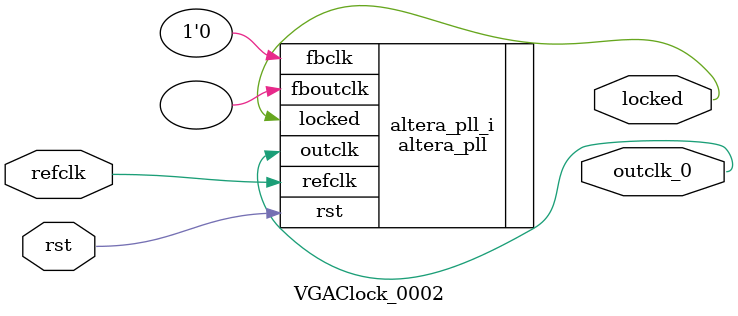
<source format=v>
`timescale 1ns/10ps
module  VGAClock_0002(

	// interface 'refclk'
	input wire refclk,

	// interface 'reset'
	input wire rst,

	// interface 'outclk0'
	output wire outclk_0,

	// interface 'locked'
	output wire locked
);

	altera_pll #(
		.fractional_vco_multiplier("false"),
		.reference_clock_frequency("50.0 MHz"),
		.operation_mode("direct"),
		.number_of_clocks(1),
		.output_clock_frequency0("25.175644 MHz"),
		.phase_shift0("0 ps"),
		.duty_cycle0(50),
		.output_clock_frequency1("0 MHz"),
		.phase_shift1("0 ps"),
		.duty_cycle1(50),
		.output_clock_frequency2("0 MHz"),
		.phase_shift2("0 ps"),
		.duty_cycle2(50),
		.output_clock_frequency3("0 MHz"),
		.phase_shift3("0 ps"),
		.duty_cycle3(50),
		.output_clock_frequency4("0 MHz"),
		.phase_shift4("0 ps"),
		.duty_cycle4(50),
		.output_clock_frequency5("0 MHz"),
		.phase_shift5("0 ps"),
		.duty_cycle5(50),
		.output_clock_frequency6("0 MHz"),
		.phase_shift6("0 ps"),
		.duty_cycle6(50),
		.output_clock_frequency7("0 MHz"),
		.phase_shift7("0 ps"),
		.duty_cycle7(50),
		.output_clock_frequency8("0 MHz"),
		.phase_shift8("0 ps"),
		.duty_cycle8(50),
		.output_clock_frequency9("0 MHz"),
		.phase_shift9("0 ps"),
		.duty_cycle9(50),
		.output_clock_frequency10("0 MHz"),
		.phase_shift10("0 ps"),
		.duty_cycle10(50),
		.output_clock_frequency11("0 MHz"),
		.phase_shift11("0 ps"),
		.duty_cycle11(50),
		.output_clock_frequency12("0 MHz"),
		.phase_shift12("0 ps"),
		.duty_cycle12(50),
		.output_clock_frequency13("0 MHz"),
		.phase_shift13("0 ps"),
		.duty_cycle13(50),
		.output_clock_frequency14("0 MHz"),
		.phase_shift14("0 ps"),
		.duty_cycle14(50),
		.output_clock_frequency15("0 MHz"),
		.phase_shift15("0 ps"),
		.duty_cycle15(50),
		.output_clock_frequency16("0 MHz"),
		.phase_shift16("0 ps"),
		.duty_cycle16(50),
		.output_clock_frequency17("0 MHz"),
		.phase_shift17("0 ps"),
		.duty_cycle17(50),
		.pll_type("General"),
		.pll_subtype("General")
	) altera_pll_i (
		.rst	(rst),
		.outclk	({outclk_0}),
		.locked	(locked),
		.fboutclk	( ),
		.fbclk	(1'b0),
		.refclk	(refclk)
	);
endmodule


</source>
